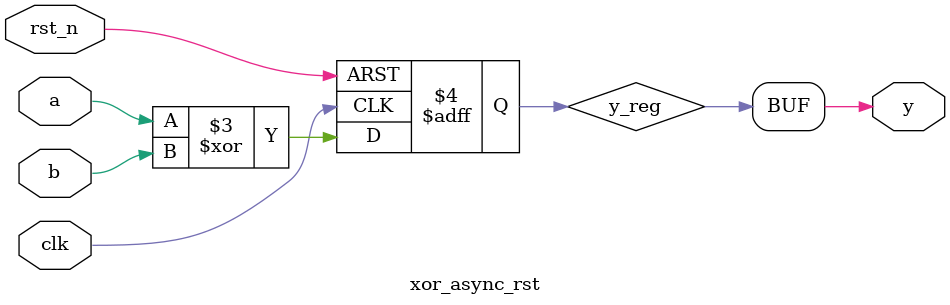
<source format=sv>
module xor_async_rst(
    input clk,
    input rst_n,
    input a,
    input b,
    output y
);
    // 直接连接，移除了中间信号和子模块层次
    reg y_reg;
    assign y = y_reg;
    
    // 整合逻辑和寄存器，减少信号传播延迟
    always @(posedge clk or negedge rst_n) begin
        if (!rst_n)
            y_reg <= 1'b0;
        else
            y_reg <= a ^ b; // XOR操作直接在寄存器逻辑中实现
    end
    
endmodule
</source>
